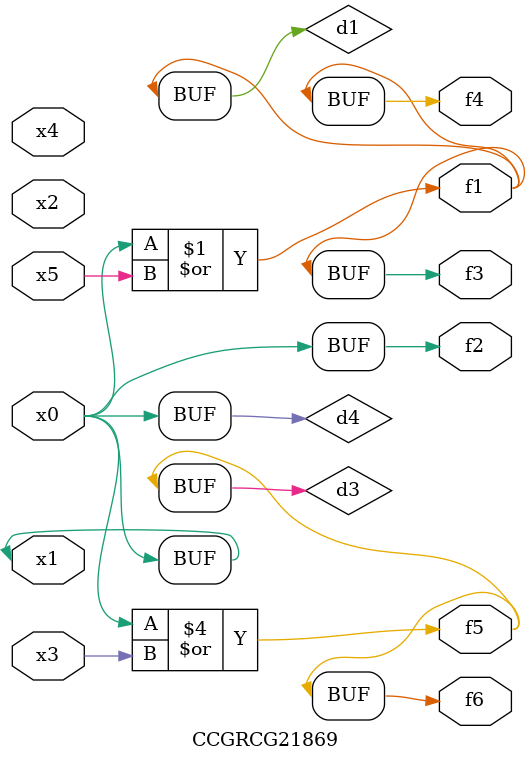
<source format=v>
module CCGRCG21869(
	input x0, x1, x2, x3, x4, x5,
	output f1, f2, f3, f4, f5, f6
);

	wire d1, d2, d3, d4;

	or (d1, x0, x5);
	xnor (d2, x1, x4);
	or (d3, x0, x3);
	buf (d4, x0, x1);
	assign f1 = d1;
	assign f2 = d4;
	assign f3 = d1;
	assign f4 = d1;
	assign f5 = d3;
	assign f6 = d3;
endmodule

</source>
